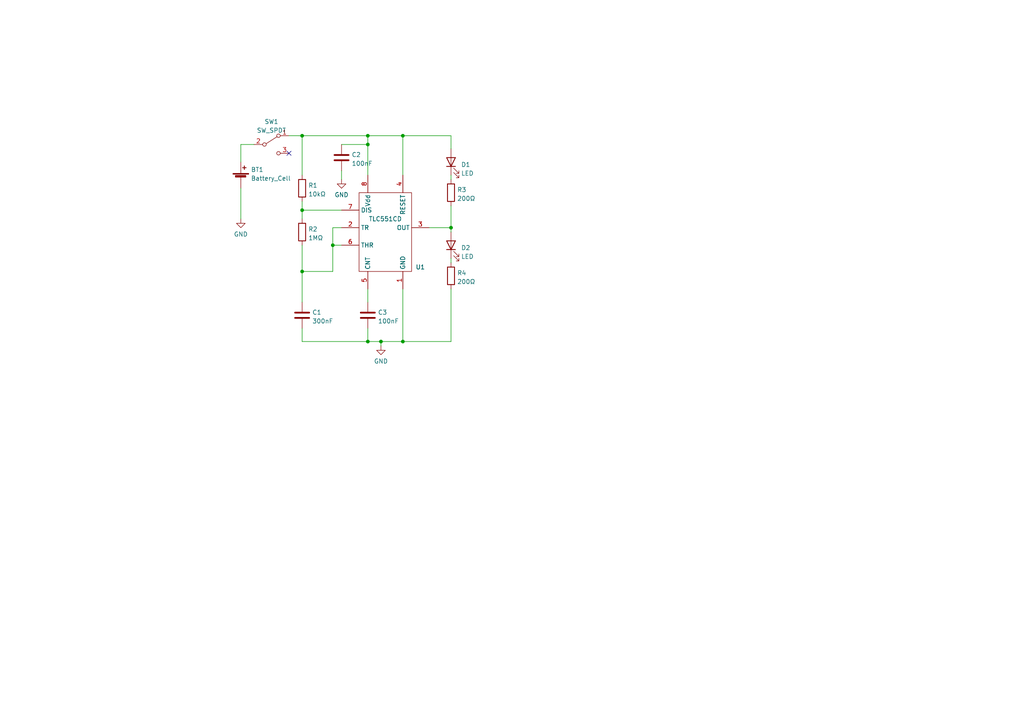
<source format=kicad_sch>
(kicad_sch (version 20211123) (generator eeschema)
  (paper "A4")
  (lib_symbols
    (symbol "Blinky:TLC551CD‎"
      (property "Reference" "U" (at 10.16 -12.7 0))
      (property "Value" "TLC551CD‎" (at 0 2.54 0))
      (symbol "TLC551CD‎_0_1"
        (rectangle (start -7.62 10.16) (end 7.62 -12.7) (stroke (width 0.1524)))
      )
      (symbol "TLC551CD‎_1_1"
        (pin passive line (at 5.08 -17.78 90) (length 5.08) (name "GND") (number "1"))
        (pin input line (at -12.7 0 0) (length 5.08) (name "TR") (number "2"))
        (pin input line (at 12.7 0 180) (length 5.08) (name "OUT") (number "3"))
        (pin input line (at 5.08 15.24 270) (length 5.08) (name "RESET") (number "4"))
        (pin input line (at -5.08 -17.78 90) (length 5.08) (name "CNT") (number "5"))
        (pin input line (at -12.7 -5.08 0) (length 5.08) (name "THR") (number "6"))
        (pin input line (at -12.7 5.08 0) (length 5.08) (name "DIS") (number "7"))
        (pin power_in line (at -5.08 15.24 270) (length 5.08) (name "Vdd") (number "8"))
      )
    )
    (symbol "Device:Battery_Cell" (pin_numbers hide) (pin_names (offset 0) hide)
      (property "Reference" "BT" (at 2.54 2.54 0))
      (property "Value" "Battery_Cell" (at 2.54 0 0))
      (symbol "Battery_Cell_0_1"
        (rectangle (start -2.286 1.778) (end 2.286 1.524) (fill (type outline)))
        (rectangle (start -1.5748 1.1938) (end 1.4732 0.6858) (fill (type outline)))
        (polyline (pts (xy 0 0.762) (xy 0 0)))
        (polyline (pts (xy 0 1.778) (xy 0 2.54)))
        (polyline (pts (xy 0.508 3.429) (xy 1.524 3.429)) (stroke (width 0.254)))
        (polyline (pts (xy 1.016 3.937) (xy 1.016 2.921)) (stroke (width 0.254)))
      )
      (symbol "Battery_Cell_1_1"
        (pin passive line (at 0 5.08 270) (length 2.54) (name "+") (number "1"))
        (pin passive line (at 0 -2.54 90) (length 2.54) (name "-") (number "2"))
      )
    )
    (symbol "Device:C" (pin_numbers hide) (pin_names (offset 0.254))
      (property "Reference" "C" (at 0.635 2.54 0))
      (property "Value" "C" (at 0.635 -2.54 0))
      (symbol "C_0_1"
        (polyline (pts (xy -2.032 -0.762) (xy 2.032 -0.762)) (stroke (width 0.508)))
        (polyline (pts (xy -2.032 0.762) (xy 2.032 0.762)) (stroke (width 0.508)))
      )
      (symbol "C_1_1"
        (pin passive line (at 0 3.81 270) (length 2.794) (name "~") (number "1"))
        (pin passive line (at 0 -3.81 90) (length 2.794) (name "~") (number "2"))
      )
    )
    (symbol "Device:LED" (pin_numbers hide) (pin_names (offset 1.016) hide)
      (property "Reference" "D" (at 0 2.54 0))
      (property "Value" "LED" (at 0 -2.54 0))
      (symbol "LED_0_1"
        (polyline (pts (xy -1.27 -1.27) (xy -1.27 1.27)) (stroke (width 0.254)))
        (polyline (pts (xy -1.27 0) (xy 1.27 0)))
        (polyline (pts (xy 1.27 -1.27) (xy 1.27 1.27) (xy -1.27 0) (xy 1.27 -1.27)) (stroke (width 0.254)))
        (polyline (pts (xy -3.048 -0.762) (xy -4.572 -2.286) (xy -3.81 -2.286) (xy -4.572 -2.286) (xy -4.572 -1.524)))
        (polyline (pts (xy -1.778 -0.762) (xy -3.302 -2.286) (xy -2.54 -2.286) (xy -3.302 -2.286) (xy -3.302 -1.524)))
      )
      (symbol "LED_1_1"
        (pin passive line (at -3.81 0 0) (length 2.54) (name "K") (number "1"))
        (pin passive line (at 3.81 0 180) (length 2.54) (name "A") (number "2"))
      )
    )
    (symbol "Device:R" (pin_numbers hide) (pin_names (offset 0))
      (property "Reference" "R" (at 2.032 0 90))
      (property "Value" "R" (at 0 0 90))
      (symbol "R_0_1"
        (rectangle (start -1.016 -2.54) (end 1.016 2.54) (stroke (width 0.254)))
      )
      (symbol "R_1_1"
        (pin passive line (at 0 3.81 270) (length 1.27) (name "~") (number "1"))
        (pin passive line (at 0 -3.81 90) (length 1.27) (name "~") (number "2"))
      )
    )
    (symbol "Switch:SW_SPDT" (pin_names (offset 0) hide)
      (property "Reference" "SW" (at 0 4.318 0))
      (property "Value" "SW_SPDT" (at 0 -5.08 0))
      (symbol "SW_SPDT_0_0"
        (circle (center -2.032 0) (radius 0.508))
        (circle (center 2.032 -2.54) (radius 0.508))
      )
      (symbol "SW_SPDT_0_1"
        (polyline (pts (xy -1.524 0.254) (xy 1.651 2.286)))
        (circle (center 2.032 2.54) (radius 0.508))
      )
      (symbol "SW_SPDT_1_1"
        (pin passive line (at 5.08 2.54 180) (length 2.54) (name "A") (number "1"))
        (pin passive line (at -5.08 0 0) (length 2.54) (name "B") (number "2"))
        (pin passive line (at 5.08 -2.54 180) (length 2.54) (name "C") (number "3"))
      )
    )
    (symbol "power:GND" (power) (pin_names (offset 0))
      (property "Value" "GND" (at 0 -3.81 0))
      (symbol "GND_0_1"
        (polyline (pts (xy 0 0) (xy 0 -1.27) (xy 1.27 -1.27) (xy 0 -2.54) (xy -1.27 -1.27) (xy 0 -1.27)))
      )
      (symbol "GND_1_1"
        (pin power_in line (at 0 0 270) (length 0) hide (name "GND") (number "1"))
      )
    )
  )
  (junction (at 87.63 78.74))
  (junction (at 130.81 66.04))
  (junction (at 87.63 60.96))
  (junction (at 106.68 41.91))
  (junction (at 87.63 39.37))
  (junction (at 116.84 99.06))
  (junction (at 96.52 71.12))
  (junction (at 116.84 39.37))
  (junction (at 110.49 99.06))
  (junction (at 106.68 99.06))
  (junction (at 106.68 39.37))
  (no_connect (at 83.82 44.45))
  (wire (pts (xy 69.85 63.5) (xy 69.85 54.61)))
  (wire (pts (xy 96.52 78.74) (xy 96.52 71.12)))
  (wire (pts (xy 106.68 39.37) (xy 106.68 41.91)))
  (wire (pts (xy 124.46 66.04) (xy 130.81 66.04)))
  (wire (pts (xy 87.63 95.25) (xy 87.63 99.06)))
  (wire (pts (xy 130.81 66.04) (xy 130.81 67.31)))
  (wire (pts (xy 116.84 83.82) (xy 116.84 99.06)))
  (wire (pts (xy 130.81 83.82) (xy 130.81 99.06)))
  (wire (pts (xy 87.63 71.12) (xy 87.63 78.74)))
  (wire (pts (xy 116.84 99.06) (xy 130.81 99.06)))
  (wire (pts (xy 130.81 59.69) (xy 130.81 66.04)))
  (wire (pts (xy 87.63 39.37) (xy 87.63 50.8)))
  (wire (pts (xy 96.52 66.04) (xy 96.52 71.12)))
  (wire (pts (xy 130.81 50.8) (xy 130.81 52.07)))
  (wire (pts (xy 116.84 39.37) (xy 116.84 50.8)))
  (wire (pts (xy 87.63 60.96) (xy 99.06 60.96)))
  (wire (pts (xy 130.81 39.37) (xy 130.81 43.18)))
  (wire (pts (xy 99.06 66.04) (xy 96.52 66.04)))
  (wire (pts (xy 87.63 78.74) (xy 87.63 87.63)))
  (wire (pts (xy 99.06 41.91) (xy 106.68 41.91)))
  (wire (pts (xy 96.52 71.12) (xy 99.06 71.12)))
  (wire (pts (xy 110.49 99.06) (xy 106.68 99.06)))
  (wire (pts (xy 110.49 99.06) (xy 110.49 100.33)))
  (wire (pts (xy 106.68 41.91) (xy 106.68 50.8)))
  (wire (pts (xy 99.06 49.53) (xy 99.06 52.07)))
  (wire (pts (xy 69.85 46.99) (xy 69.85 41.91)))
  (wire (pts (xy 87.63 58.42) (xy 87.63 60.96)))
  (wire (pts (xy 106.68 39.37) (xy 116.84 39.37)))
  (wire (pts (xy 116.84 99.06) (xy 110.49 99.06)))
  (wire (pts (xy 87.63 60.96) (xy 87.63 63.5)))
  (wire (pts (xy 106.68 83.82) (xy 106.68 87.63)))
  (wire (pts (xy 130.81 74.93) (xy 130.81 76.2)))
  (wire (pts (xy 83.82 39.37) (xy 87.63 39.37)))
  (wire (pts (xy 69.85 41.91) (xy 73.66 41.91)))
  (wire (pts (xy 106.68 99.06) (xy 106.68 95.25)))
  (wire (pts (xy 116.84 39.37) (xy 130.81 39.37)))
  (wire (pts (xy 87.63 78.74) (xy 96.52 78.74)))
  (wire (pts (xy 87.63 99.06) (xy 106.68 99.06)))
  (wire (pts (xy 87.63 39.37) (xy 106.68 39.37)))
  (symbol (lib_id "Device:C") (at 106.68 91.44 0) (unit 1)
    (property "Reference" "C3" (at 109.601 90.6053 0) (effects (justify left)))
    (property "Value" "100nF" (at 109.601 93.1422 0) (effects (justify left)))
    (property "Footprint" "Capacitor_SMD:C_0805_2012Metric_Pad1.18x1.45mm_HandSolder" (effects hide))
  )
  (symbol (lib_id "Blinky:TLC551CD‎") (at 111.76 66.04 0) (unit 1)
    (property "Reference" "U1" (at 121.92 77.47 0))
    (property "Value" "TLC551CD‎" (at 111.76 63.5 0))
    (property "Footprint" "Package_SO:SOIC-8_3.9x4.9mm_P1.27mm" (effects hide))
    (property "Datasheet" "https://www.ti.com/lit/ds/symlink/tlc551.pdf" (effects hide))
  )
  (symbol (lib_id "Device:R") (at 130.81 80.01 0) (unit 1)
    (property "Reference" "R4" (at 132.588 79.1753 0) (effects (justify left)))
    (property "Value" "200Ω" (at 132.588 81.7122 0) (effects (justify left)))
    (property "Footprint" "Resistor_SMD:R_0805_2012Metric_Pad1.20x1.40mm_HandSolder" (effects hide))
  )
  (symbol (lib_id "Device:LED") (at 130.81 46.99 90) (unit 1)
    (property "Reference" "D1" (at 133.731 47.7428 90) (effects (justify right)))
    (property "Value" "LED" (at 133.731 50.2797 90) (effects (justify right)))
    (property "Footprint" "LED_SMD:LED_0805_2012Metric_Pad1.15x1.40mm_HandSolder" (effects hide))
  )
  (symbol (lib_id "power:GND") (at 99.06 52.07 0) (unit 1)
    (property "Reference" "#PWR02" (effects hide))
    (property "Value" "GND" (at 99.06 56.5134 0))
  )
  (symbol (lib_id "Device:R") (at 130.81 55.88 0) (unit 1)
    (property "Reference" "R3" (at 132.588 55.0453 0) (effects (justify left)))
    (property "Value" "200Ω" (at 132.588 57.5822 0) (effects (justify left)))
    (property "Footprint" "Resistor_SMD:R_0805_2012Metric_Pad1.20x1.40mm_HandSolder" (effects hide))
  )
  (symbol (lib_id "Device:C") (at 99.06 45.72 0) (unit 1)
    (property "Reference" "C2" (at 101.981 44.8853 0) (effects (justify left)))
    (property "Value" "100nF" (at 101.981 47.4222 0) (effects (justify left)))
    (property "Footprint" "Capacitor_SMD:C_0805_2012Metric_Pad1.18x1.45mm_HandSolder" (effects hide))
  )
  (symbol (lib_id "Device:Battery_Cell") (at 69.85 52.07 0) (unit 1)
    (property "Reference" "BT1" (at 72.771 49.2033 0) (effects (justify left)))
    (property "Value" "Battery_Cell" (at 72.771 51.7402 0) (effects (justify left)))
    (property "Footprint" "Battery:BatteryHolder_Keystone_3000_1x12mm" (effects hide))
  )
  (symbol (lib_id "power:GND") (at 110.49 100.33 0) (unit 1)
    (property "Reference" "#PWR03" (effects hide))
    (property "Value" "GND" (at 110.49 104.7734 0))
  )
  (symbol (lib_id "Device:C") (at 87.63 91.44 0) (unit 1)
    (property "Reference" "C1" (at 90.551 90.6053 0) (effects (justify left)))
    (property "Value" "300nF" (at 90.551 93.1422 0) (effects (justify left)))
    (property "Footprint" "Capacitor_SMD:C_0805_2012Metric_Pad1.18x1.45mm_HandSolder" (effects hide))
  )
  (symbol (lib_id "Device:R") (at 87.63 54.61 0) (unit 1)
    (property "Reference" "R1" (at 89.408 53.7753 0) (effects (justify left)))
    (property "Value" "10kΩ" (at 89.408 56.3122 0) (effects (justify left)))
    (property "Footprint" "Resistor_SMD:R_0805_2012Metric_Pad1.20x1.40mm_HandSolder" (effects hide))
  )
  (symbol (lib_id "Device:R") (at 87.63 67.31 0) (unit 1)
    (property "Reference" "R2" (at 89.408 66.4753 0) (effects (justify left)))
    (property "Value" "1MΩ" (at 89.408 69.0122 0) (effects (justify left)))
    (property "Footprint" "Resistor_SMD:R_0805_2012Metric_Pad1.20x1.40mm_HandSolder" (effects hide))
  )
  (symbol (lib_id "power:GND") (at 69.85 63.5 0) (unit 1)
    (property "Reference" "#PWR01" (effects hide))
    (property "Value" "GND" (at 69.85 67.9434 0))
  )
  (symbol (lib_id "Device:LED") (at 130.81 71.12 90) (unit 1)
    (property "Reference" "D2" (at 133.731 71.8728 90) (effects (justify right)))
    (property "Value" "LED" (at 133.731 74.4097 90) (effects (justify right)))
    (property "Footprint" "LED_SMD:LED_0805_2012Metric_Pad1.15x1.40mm_HandSolder" (effects hide))
  )
  (symbol (lib_id "Switch:SW_SPDT") (at 78.74 41.91 0) (unit 1)
    (property "Reference" "SW1" (at 78.74 35.2892 0))
    (property "Value" "SW_SPDT" (at 78.74 37.8261 0))
    (property "Footprint" "Blinky_ZAM:SSK-1202" (effects hide))
    (property "Reference" "SW1" (effects hide))
    (property "Value" "SW_SPDT" (effects hide))
  )
)
</source>
